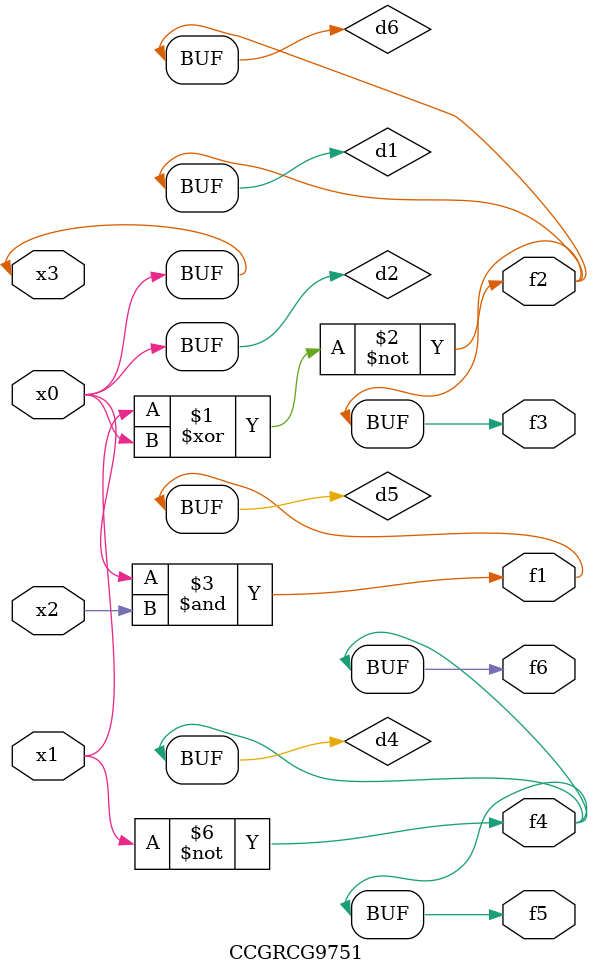
<source format=v>
module CCGRCG9751(
	input x0, x1, x2, x3,
	output f1, f2, f3, f4, f5, f6
);

	wire d1, d2, d3, d4, d5, d6;

	xnor (d1, x1, x3);
	buf (d2, x0, x3);
	nand (d3, x0, x2);
	not (d4, x1);
	nand (d5, d3);
	or (d6, d1);
	assign f1 = d5;
	assign f2 = d6;
	assign f3 = d6;
	assign f4 = d4;
	assign f5 = d4;
	assign f6 = d4;
endmodule

</source>
